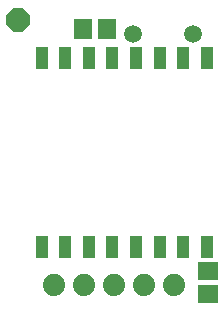
<source format=gbs>
G75*
%MOIN*%
%OFA0B0*%
%FSLAX25Y25*%
%IPPOS*%
%LPD*%
%AMOC8*
5,1,8,0,0,1.08239X$1,22.5*
%
%ADD10C,0.05950*%
%ADD11R,0.06706X0.05918*%
%ADD12R,0.05918X0.07099*%
%ADD13OC8,0.07800*%
%ADD14R,0.04000X0.07400*%
%ADD15C,0.07400*%
D10*
X0063894Y0111295D03*
X0083894Y0111295D03*
D11*
X0089150Y0032358D03*
X0089150Y0024878D03*
D12*
X0055193Y0113264D03*
X0047319Y0113264D03*
D13*
X0025665Y0116217D03*
D14*
X0033539Y0040429D03*
X0041413Y0040429D03*
X0049287Y0040429D03*
X0057161Y0040429D03*
X0065035Y0040429D03*
X0072909Y0040429D03*
X0080783Y0040429D03*
X0088657Y0040429D03*
X0088657Y0103421D03*
X0080783Y0103421D03*
X0072909Y0103421D03*
X0065035Y0103421D03*
X0057161Y0103421D03*
X0049287Y0103421D03*
X0041413Y0103421D03*
X0033539Y0103421D03*
D15*
X0037831Y0027634D03*
X0047831Y0027634D03*
X0057831Y0027634D03*
X0067831Y0027634D03*
X0077831Y0027634D03*
M02*

</source>
